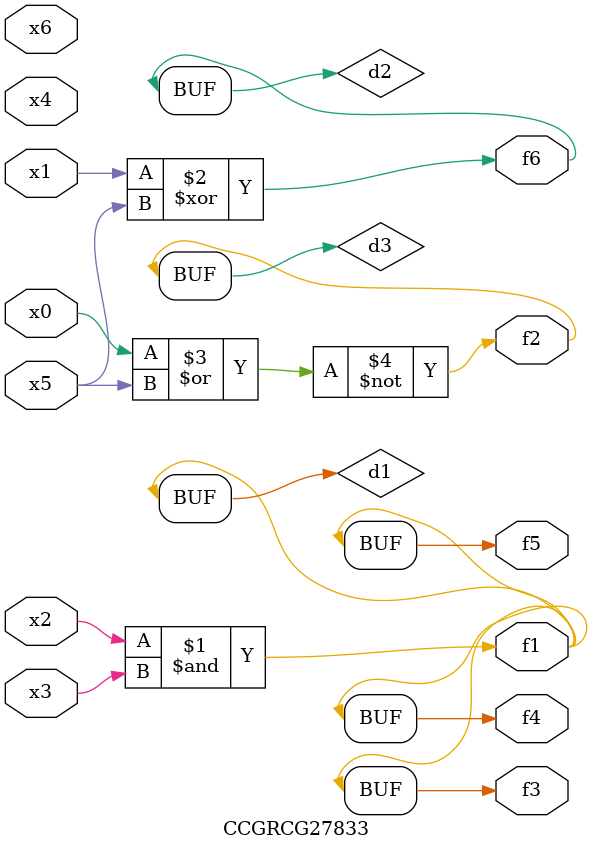
<source format=v>
module CCGRCG27833(
	input x0, x1, x2, x3, x4, x5, x6,
	output f1, f2, f3, f4, f5, f6
);

	wire d1, d2, d3;

	and (d1, x2, x3);
	xor (d2, x1, x5);
	nor (d3, x0, x5);
	assign f1 = d1;
	assign f2 = d3;
	assign f3 = d1;
	assign f4 = d1;
	assign f5 = d1;
	assign f6 = d2;
endmodule

</source>
